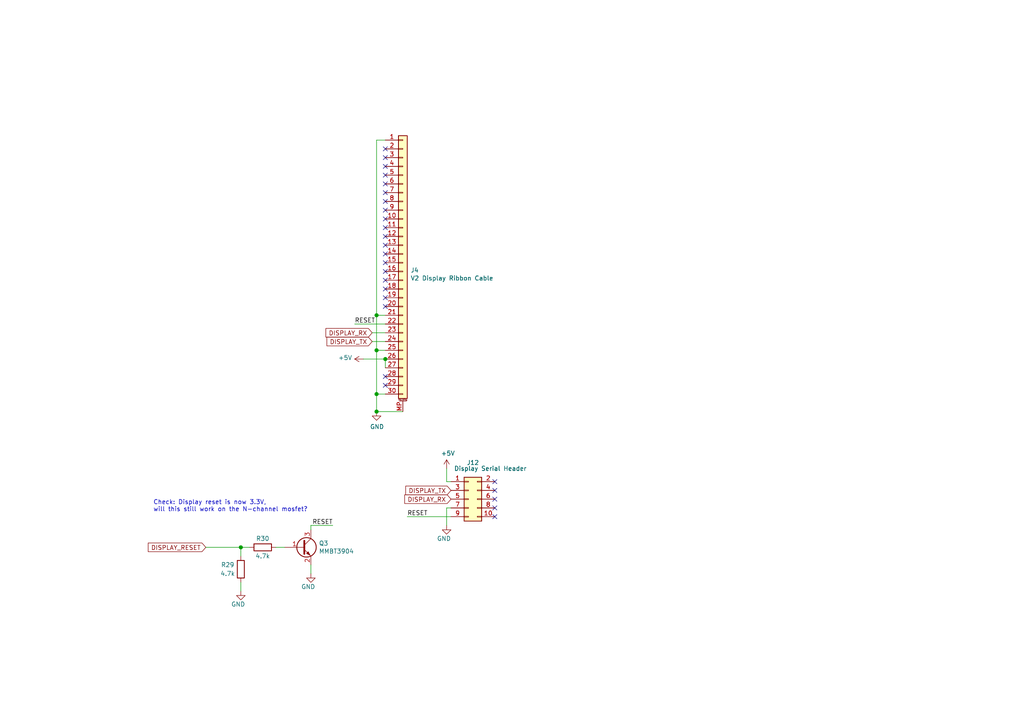
<source format=kicad_sch>
(kicad_sch (version 20201015) (generator eeschema)
  (paper "A4")
  (lib_symbols
    (symbol "Connector_Generic:Conn_02x05_Odd_Even" (pin_names (offset 1.016) hide)
      (property "Reference" "J" (at 1.27 7.62 0))
      (property "Value" "Conn_02x05_Odd_Even" (at 1.27 -7.62 0))
      (symbol "Conn_02x05_Odd_Even_1_1"
        (rectangle (start -1.27 -4.953) (end 0 -5.207) (stroke (width 0.1524)))
        (rectangle (start -1.27 -2.413) (end 0 -2.667) (stroke (width 0.1524)))
        (rectangle (start -1.27 2.667) (end 0 2.413) (stroke (width 0.1524)))
        (rectangle (start -1.27 5.207) (end 0 4.953) (stroke (width 0.1524)))
        (rectangle (start -1.27 6.35) (end 3.81 -6.35) (stroke (width 0.254)) (fill (type background)))
        (rectangle (start -1.27 0.127) (end 0 -0.127) (stroke (width 0.1524)))
        (rectangle (start 3.81 -4.953) (end 2.54 -5.207) (stroke (width 0.1524)))
        (rectangle (start 3.81 -2.413) (end 2.54 -2.667) (stroke (width 0.1524)))
        (rectangle (start 3.81 2.667) (end 2.54 2.413) (stroke (width 0.1524)))
        (rectangle (start 3.81 5.207) (end 2.54 4.953) (stroke (width 0.1524)))
        (rectangle (start 3.81 0.127) (end 2.54 -0.127) (stroke (width 0.1524)))
        (pin passive line (at -5.08 5.08 0) (length 3.81) (name "Pin_1") (number "1"))
        (pin passive line (at 7.62 -5.08 180) (length 3.81) (name "Pin_10") (number "10"))
        (pin passive line (at 7.62 5.08 180) (length 3.81) (name "Pin_2") (number "2"))
        (pin passive line (at -5.08 2.54 0) (length 3.81) (name "Pin_3") (number "3"))
        (pin passive line (at 7.62 2.54 180) (length 3.81) (name "Pin_4") (number "4"))
        (pin passive line (at -5.08 0 0) (length 3.81) (name "Pin_5") (number "5"))
        (pin passive line (at 7.62 0 180) (length 3.81) (name "Pin_6") (number "6"))
        (pin passive line (at -5.08 -2.54 0) (length 3.81) (name "Pin_7") (number "7"))
        (pin passive line (at 7.62 -2.54 180) (length 3.81) (name "Pin_8") (number "8"))
        (pin passive line (at -5.08 -5.08 0) (length 3.81) (name "Pin_9") (number "9"))
      )
    )
    (symbol "Connector_Generic_MountingPin:Conn_01x30_MountingPin" (pin_names (offset 1.016) hide)
      (property "Reference" "J" (at 0 38.1 0))
      (property "Value" "Conn_01x30_MountingPin" (at 1.27 -40.64 0))
      (symbol "Conn_01x30_MountingPin_1_1"
        (text "Mounting" (at 0 -39.751 0) (effects (font (size 0.381 0.381))))
        (rectangle (start -1.27 -27.813) (end 0 -28.067) (stroke (width 0.1524)))
        (rectangle (start -1.27 -30.353) (end 0 -30.607) (stroke (width 0.1524)))
        (rectangle (start -1.27 -32.893) (end 0 -33.147) (stroke (width 0.1524)))
        (rectangle (start -1.27 -35.433) (end 0 -35.687) (stroke (width 0.1524)))
        (rectangle (start -1.27 -37.973) (end 0 -38.227) (stroke (width 0.1524)))
        (rectangle (start -1.27 -4.953) (end 0 -5.207) (stroke (width 0.1524)))
        (rectangle (start -1.27 -7.493) (end 0 -7.747) (stroke (width 0.1524)))
        (rectangle (start -1.27 -10.033) (end 0 -10.287) (stroke (width 0.1524)))
        (rectangle (start -1.27 -12.573) (end 0 -12.827) (stroke (width 0.1524)))
        (rectangle (start -1.27 -15.113) (end 0 -15.367) (stroke (width 0.1524)))
        (rectangle (start -1.27 -17.653) (end 0 -17.907) (stroke (width 0.1524)))
        (rectangle (start -1.27 -20.193) (end 0 -20.447) (stroke (width 0.1524)))
        (rectangle (start -1.27 -22.733) (end 0 -22.987) (stroke (width 0.1524)))
        (rectangle (start -1.27 -2.413) (end 0 -2.667) (stroke (width 0.1524)))
        (rectangle (start -1.27 -25.273) (end 0 -25.527) (stroke (width 0.1524)))
        (rectangle (start -1.27 25.527) (end 0 25.273) (stroke (width 0.1524)))
        (rectangle (start -1.27 2.667) (end 0 2.413) (stroke (width 0.1524)))
        (rectangle (start -1.27 28.067) (end 0 27.813) (stroke (width 0.1524)))
        (rectangle (start -1.27 30.607) (end 0 30.353) (stroke (width 0.1524)))
        (rectangle (start -1.27 33.147) (end 0 32.893) (stroke (width 0.1524)))
        (rectangle (start -1.27 35.687) (end 0 35.433) (stroke (width 0.1524)))
        (rectangle (start -1.27 36.83) (end 1.27 -39.37) (stroke (width 0.254)) (fill (type background)))
        (rectangle (start -1.27 5.207) (end 0 4.953) (stroke (width 0.1524)))
        (rectangle (start -1.27 7.747) (end 0 7.493) (stroke (width 0.1524)))
        (rectangle (start -1.27 10.287) (end 0 10.033) (stroke (width 0.1524)))
        (rectangle (start -1.27 0.127) (end 0 -0.127) (stroke (width 0.1524)))
        (rectangle (start -1.27 12.827) (end 0 12.573) (stroke (width 0.1524)))
        (rectangle (start -1.27 15.367) (end 0 15.113) (stroke (width 0.1524)))
        (rectangle (start -1.27 17.907) (end 0 17.653) (stroke (width 0.1524)))
        (rectangle (start -1.27 20.447) (end 0 20.193) (stroke (width 0.1524)))
        (rectangle (start -1.27 22.987) (end 0 22.733) (stroke (width 0.1524)))
        (polyline (pts (xy -1.016 -40.132) (xy 1.016 -40.132)) (stroke (width 0.1524)))
        (pin passive line (at 0 -43.18 90) (length 3.048) (name "MountPin") (number "MP"))
        (pin passive line (at -5.08 35.56 0) (length 3.81) (name "Pin_1") (number "1"))
        (pin passive line (at -5.08 12.7 0) (length 3.81) (name "Pin_10") (number "10"))
        (pin passive line (at -5.08 10.16 0) (length 3.81) (name "Pin_11") (number "11"))
        (pin passive line (at -5.08 7.62 0) (length 3.81) (name "Pin_12") (number "12"))
        (pin passive line (at -5.08 5.08 0) (length 3.81) (name "Pin_13") (number "13"))
        (pin passive line (at -5.08 2.54 0) (length 3.81) (name "Pin_14") (number "14"))
        (pin passive line (at -5.08 0 0) (length 3.81) (name "Pin_15") (number "15"))
        (pin passive line (at -5.08 -2.54 0) (length 3.81) (name "Pin_16") (number "16"))
        (pin passive line (at -5.08 -5.08 0) (length 3.81) (name "Pin_17") (number "17"))
        (pin passive line (at -5.08 -7.62 0) (length 3.81) (name "Pin_18") (number "18"))
        (pin passive line (at -5.08 -10.16 0) (length 3.81) (name "Pin_19") (number "19"))
        (pin passive line (at -5.08 33.02 0) (length 3.81) (name "Pin_2") (number "2"))
        (pin passive line (at -5.08 -12.7 0) (length 3.81) (name "Pin_20") (number "20"))
        (pin passive line (at -5.08 -15.24 0) (length 3.81) (name "Pin_21") (number "21"))
        (pin passive line (at -5.08 -17.78 0) (length 3.81) (name "Pin_22") (number "22"))
        (pin passive line (at -5.08 -20.32 0) (length 3.81) (name "Pin_23") (number "23"))
        (pin passive line (at -5.08 -22.86 0) (length 3.81) (name "Pin_24") (number "24"))
        (pin passive line (at -5.08 -25.4 0) (length 3.81) (name "Pin_25") (number "25"))
        (pin passive line (at -5.08 -27.94 0) (length 3.81) (name "Pin_26") (number "26"))
        (pin passive line (at -5.08 -30.48 0) (length 3.81) (name "Pin_27") (number "27"))
        (pin passive line (at -5.08 -33.02 0) (length 3.81) (name "Pin_28") (number "28"))
        (pin passive line (at -5.08 -35.56 0) (length 3.81) (name "Pin_29") (number "29"))
        (pin passive line (at -5.08 30.48 0) (length 3.81) (name "Pin_3") (number "3"))
        (pin passive line (at -5.08 -38.1 0) (length 3.81) (name "Pin_30") (number "30"))
        (pin passive line (at -5.08 27.94 0) (length 3.81) (name "Pin_4") (number "4"))
        (pin passive line (at -5.08 25.4 0) (length 3.81) (name "Pin_5") (number "5"))
        (pin passive line (at -5.08 22.86 0) (length 3.81) (name "Pin_6") (number "6"))
        (pin passive line (at -5.08 20.32 0) (length 3.81) (name "Pin_7") (number "7"))
        (pin passive line (at -5.08 17.78 0) (length 3.81) (name "Pin_8") (number "8"))
        (pin passive line (at -5.08 15.24 0) (length 3.81) (name "Pin_9") (number "9"))
      )
    )
    (symbol "Device:R" (pin_numbers hide) (pin_names (offset 0))
      (property "Reference" "R" (at 2.032 0 90))
      (property "Value" "R" (at 0 0 90))
      (symbol "R_0_1"
        (rectangle (start -1.016 -2.54) (end 1.016 2.54) (stroke (width 0.254)))
      )
      (symbol "R_1_1"
        (pin passive line (at 0 3.81 270) (length 1.27) (name "~") (number "1"))
        (pin passive line (at 0 -3.81 90) (length 1.27) (name "~") (number "2"))
      )
    )
    (symbol "Transistor_BJT:MMBT3904" (pin_names (offset 0) hide)
      (property "Reference" "Q" (at 5.08 1.905 0))
      (property "Value" "MMBT3904" (at 5.08 0 0))
      (symbol "MMBT3904_0_1"
        (circle (center 1.27 0) (radius 2.8194) (stroke (width 0.254)))
        (polyline (pts (xy 0.635 0.635) (xy 2.54 2.54)))
        (polyline (pts (xy 0.635 -0.635) (xy 2.54 -2.54) (xy 2.54 -2.54)))
        (polyline (pts (xy 0.635 1.905) (xy 0.635 -1.905) (xy 0.635 -1.905)) (stroke (width 0.508)))
        (polyline (pts (xy 1.27 -1.778) (xy 1.778 -1.27) (xy 2.286 -2.286) (xy 1.27 -1.778) (xy 1.27 -1.778)) (fill (type outline)))
      )
      (symbol "MMBT3904_1_1"
        (pin input line (at -5.08 0 0) (length 5.715) (name "B") (number "1"))
        (pin passive line (at 2.54 -5.08 90) (length 2.54) (name "E") (number "2"))
        (pin passive line (at 2.54 5.08 270) (length 2.54) (name "C") (number "3"))
      )
    )
    (symbol "power:+5V" (power) (pin_names (offset 0))
      (property "Value" "+5V" (at 0 3.556 0))
      (symbol "+5V_0_1"
        (polyline (pts (xy -0.762 1.27) (xy 0 2.54)))
        (polyline (pts (xy 0 0) (xy 0 2.54)))
        (polyline (pts (xy 0 2.54) (xy 0.762 1.27)))
      )
      (symbol "+5V_1_1"
        (pin power_in line (at 0 0 90) (length 0) hide (name "+5V") (number "1"))
      )
    )
    (symbol "power:GND" (power) (pin_names (offset 0))
      (property "Value" "GND" (at 0 -3.81 0))
      (symbol "GND_0_1"
        (polyline (pts (xy 0 0) (xy 0 -1.27) (xy 1.27 -1.27) (xy 0 -2.54) (xy -1.27 -1.27) (xy 0 -1.27)))
      )
      (symbol "GND_1_1"
        (pin power_in line (at 0 0 270) (length 0) hide (name "GND") (number "1"))
      )
    )
  )
  (junction (at 69.85 158.75) (diameter 1.016))
  (junction (at 109.22 91.44) (diameter 1.016))
  (junction (at 109.22 101.6) (diameter 1.016))
  (junction (at 109.22 114.3) (diameter 1.016))
  (junction (at 109.22 119.38) (diameter 1.016))
  (junction (at 111.76 104.14) (diameter 1.016))
  (no_connect (at 111.76 43.18))
  (no_connect (at 111.76 45.72))
  (no_connect (at 111.76 48.26))
  (no_connect (at 111.76 50.8))
  (no_connect (at 111.76 53.34))
  (no_connect (at 111.76 55.88))
  (no_connect (at 111.76 58.42))
  (no_connect (at 111.76 60.96))
  (no_connect (at 111.76 63.5))
  (no_connect (at 111.76 66.04))
  (no_connect (at 111.76 68.58))
  (no_connect (at 111.76 71.12))
  (no_connect (at 111.76 73.66))
  (no_connect (at 111.76 76.2))
  (no_connect (at 111.76 78.74))
  (no_connect (at 111.76 81.28))
  (no_connect (at 111.76 83.82))
  (no_connect (at 111.76 86.36))
  (no_connect (at 111.76 88.9))
  (no_connect (at 111.76 109.22))
  (no_connect (at 111.76 111.76))
  (no_connect (at 143.51 139.7))
  (no_connect (at 143.51 142.24))
  (no_connect (at 143.51 144.78))
  (no_connect (at 143.51 147.32))
  (no_connect (at 143.51 149.86))
  (wire (pts (xy 59.69 158.75) (xy 69.85 158.75)))
  (wire (pts (xy 69.85 161.29) (xy 69.85 158.75)))
  (wire (pts (xy 69.85 168.91) (xy 69.85 171.45)))
  (wire (pts (xy 72.39 158.75) (xy 69.85 158.75)))
  (wire (pts (xy 80.01 158.75) (xy 82.55 158.75)))
  (wire (pts (xy 90.17 153.67) (xy 90.17 152.4)))
  (wire (pts (xy 90.17 163.83) (xy 90.17 166.37)))
  (wire (pts (xy 96.52 152.4) (xy 90.17 152.4)))
  (wire (pts (xy 102.87 93.98) (xy 111.76 93.98)))
  (wire (pts (xy 107.95 96.52) (xy 111.76 96.52)))
  (wire (pts (xy 107.95 99.06) (xy 111.76 99.06)))
  (wire (pts (xy 109.22 40.64) (xy 109.22 91.44)))
  (wire (pts (xy 109.22 91.44) (xy 109.22 101.6)))
  (wire (pts (xy 109.22 91.44) (xy 111.76 91.44)))
  (wire (pts (xy 109.22 101.6) (xy 109.22 114.3)))
  (wire (pts (xy 109.22 101.6) (xy 111.76 101.6)))
  (wire (pts (xy 109.22 114.3) (xy 111.76 114.3)))
  (wire (pts (xy 109.22 119.38) (xy 109.22 114.3)))
  (wire (pts (xy 111.76 40.64) (xy 109.22 40.64)))
  (wire (pts (xy 111.76 104.14) (xy 105.41 104.14)))
  (wire (pts (xy 111.76 106.68) (xy 111.76 104.14)))
  (wire (pts (xy 116.84 119.38) (xy 109.22 119.38)))
  (wire (pts (xy 129.54 139.7) (xy 129.54 135.89)))
  (wire (pts (xy 129.54 147.32) (xy 129.54 152.4)))
  (wire (pts (xy 130.81 139.7) (xy 129.54 139.7)))
  (wire (pts (xy 130.81 147.32) (xy 129.54 147.32)))
  (wire (pts (xy 130.81 149.86) (xy 118.11 149.86)))
  (text "Check: Display reset is now 3.3V,\nwill this still work on the N-channel mosfet?" (at 44.45 148.59 0) (effects (font (size 1.27 1.27)) (justify left bottom)))
  (label "RESET" (at 96.52 152.4 180))
  (label "RESET" (at 102.87 93.98 0))
  (label "RESET" (at 118.11 149.86 0))
  (global_label "DISPLAY_RESET" (shape input) (at 59.69 158.75 180) (property "Intersheet References" "${INTERSHEET_REFS}" (effects hide)))
  (global_label "DISPLAY_RX" (shape input) (at 107.95 96.52 180) (property "Intersheet References" "${INTERSHEET_REFS}" (effects hide)))
  (global_label "DISPLAY_TX" (shape input) (at 107.95 99.06 180) (property "Intersheet References" "${INTERSHEET_REFS}" (effects hide)))
  (global_label "DISPLAY_TX" (shape input) (at 130.81 142.24 180) (property "Intersheet References" "${INTERSHEET_REFS}" (effects hide)))
  (global_label "DISPLAY_RX" (shape input) (at 130.81 144.78 180) (property "Intersheet References" "${INTERSHEET_REFS}" (effects hide)))
  (symbol (lib_id "power:+5V") (at 105.41 104.14 90) (unit 1)
    (property "Reference" "#PWR0156" (effects hide))
    (property "Value" "+5V" (at 102.1588 103.759 90) (effects (justify left)))
  )
  (symbol (lib_id "power:+5V") (at 129.54 135.89 0) (unit 1)
    (property "Reference" "#PWR0151" (effects hide))
    (property "Value" "+5V" (at 129.921 131.4958 0))
  )
  (symbol (lib_id "power:GND") (at 69.85 171.45 0) (unit 1)
    (property "Reference" "#PWR0153" (effects hide))
    (property "Value" "GND" (at 71.12 175.26 0) (effects (justify right)))
  )
  (symbol (lib_id "power:GND") (at 90.17 166.37 0) (unit 1)
    (property "Reference" "#PWR0154" (effects hide))
    (property "Value" "GND" (at 91.44 170.18 0) (effects (justify right)))
  )
  (symbol (lib_id "power:GND") (at 109.22 119.38 0) (unit 1)
    (property "Reference" "#PWR0155" (effects hide))
    (property "Value" "GND" (at 109.347 123.7742 0))
  )
  (symbol (lib_id "power:GND") (at 129.54 152.4 0) (unit 1)
    (property "Reference" "#PWR0152" (effects hide))
    (property "Value" "GND" (at 130.81 156.21 0) (effects (justify right)))
  )
  (symbol (lib_id "Device:R") (at 69.85 165.1 0) (unit 1)
    (property "Reference" "R29" (at 66.04 163.83 0))
    (property "Value" "4.7k" (at 66.04 166.37 0))
    (property "Footprint" "Resistor_SMD:R_0603_1608Metric_Pad1.05x0.95mm_HandSolder" (effects hide))
    (property "Part Number" "RC0603FR-074K7L" (effects hide))
    (property "Manufacturer" "Yageo" (effects hide))
    (property "Bin" "5" (effects hide))
  )
  (symbol (lib_id "Device:R") (at 76.2 158.75 270) (unit 1)
    (property "Reference" "R30" (at 76.2 156.21 90))
    (property "Value" "4.7k" (at 76.2 161.29 90))
    (property "Footprint" "Resistor_SMD:R_0603_1608Metric_Pad1.05x0.95mm_HandSolder" (effects hide))
    (property "Part Number" "RC0603FR-074K7L" (effects hide))
    (property "Manufacturer" "Yageo" (effects hide))
    (property "Bin" "5" (effects hide))
  )
  (symbol (lib_id "Transistor_BJT:MMBT3904") (at 87.63 158.75 0)
    (property "Reference" "Q3" (at 92.4814 157.5816 0) (effects (justify left)))
    (property "Value" "MMBT3904" (at 92.4814 159.893 0) (effects (justify left)))
    (property "Footprint" "Snack Machine:SOT-23_Handsoldering_Lite" (effects hide))
    (property "Datasheet" "https://www.fairchildsemi.com/datasheets/2N/2N3904.pdf" (effects hide))
    (property "Manufacturer" "MCC" (effects hide))
    (property "Part Number" "MMBT3904-TP" (effects hide))
    (property "Bin" "12" (effects hide))
  )
  (symbol (lib_id "Connector_Generic:Conn_02x05_Odd_Even") (at 135.89 144.78 0) (unit 1)
    (property "Reference" "J12" (at 137.16 134.1882 0))
    (property "Value" "Display Serial Header" (at 142.24 135.89 0))
    (property "Footprint" "Snack Machine:PinHeader_2x05_P2.54mm_Vertical" (effects hide))
    (property "Part Number" "5103308-1" (effects hide))
    (property "Manufacturer" "TE Connectivity AMP Connectors" (effects hide))
  )
  (symbol (lib_id "Connector_Generic_MountingPin:Conn_01x30_MountingPin") (at 116.84 76.2 0) (unit 1)
    (property "Reference" "J4" (at 119.0752 78.3844 0) (effects (justify left)))
    (property "Value" "V2 Display Ribbon Cable" (at 119.0752 80.6958 0) (effects (justify left)))
    (property "Footprint" "Snack Machine:FPC30" (effects hide))
    (property "Part Number" "3-1734839-0" (effects hide))
    (property "Manufacturer" "TE Connectivity AMP Connectors" (effects hide))
  )
)
</source>
